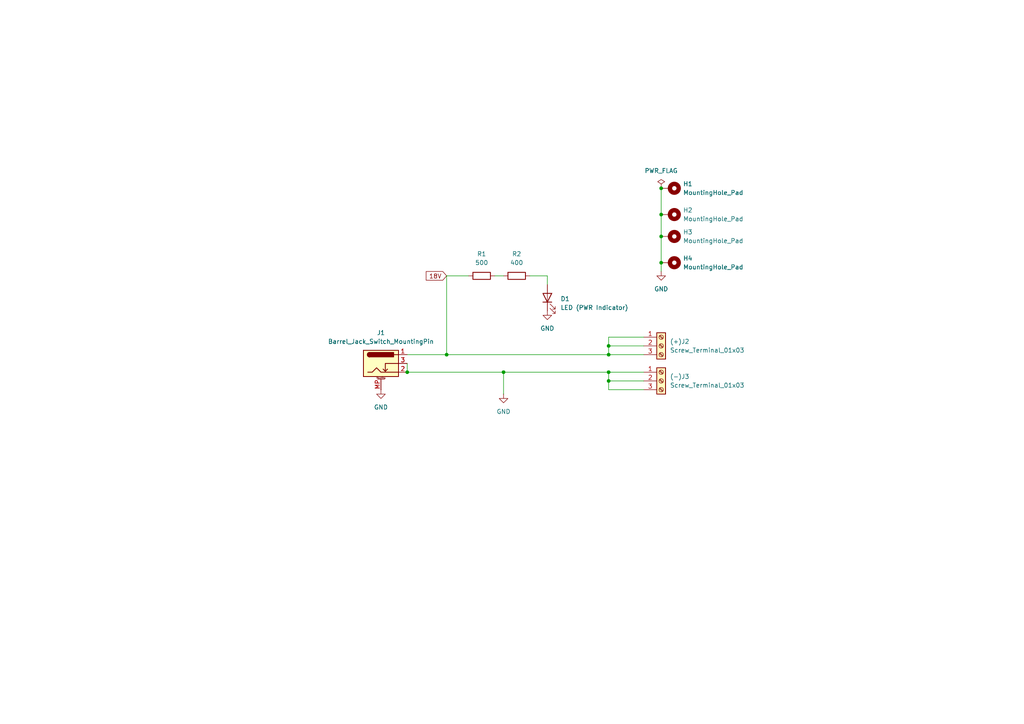
<source format=kicad_sch>
(kicad_sch (version 20231120) (generator "eeschema") (generator_version "8.0")
  (paper "A4")
  (lib_symbols
    (symbol "Connector:Barrel_Jack_Switch_MountingPin" (pin_names hide)
      (property "Reference" "J" (at 0 5.334 0))
      (property "Value" "Barrel_Jack_Switch_MountingPin" (at 1.27 -6.35 0))
      (symbol "Barrel_Jack_Switch_MountingPin_0_1"
        (rectangle (start -5.08 3.81) (end 5.08 -3.81) (stroke (width 0.254)) (fill (type background)))
        (arc (start -3.302 3.175) (mid -3.9343 2.54) (end -3.302 1.905) (stroke (width 0.254)))
        (arc (start -3.302 3.175) (mid -3.9343 2.54) (end -3.302 1.905) (stroke (width 0.254)) (fill (type outline)))
        (polyline (pts (xy 1.27 -2.286) (xy 1.905 -1.651)) (stroke (width 0.254)))
        (polyline (pts (xy 5.08 2.54) (xy 3.81 2.54)) (stroke (width 0.254)))
        (polyline (pts (xy 5.08 0) (xy 1.27 0) (xy 1.27 -2.286) (xy 0.635 -1.651)) (stroke (width 0.254)))
        (polyline (pts (xy -3.81 -2.54) (xy -2.54 -2.54) (xy -1.27 -1.27) (xy 0 -2.54) (xy 2.54 -2.54) (xy 5.08 -2.54)) (stroke (width 0.254)))
        (rectangle (start 3.683 3.175) (end -3.302 1.905) (stroke (width 0.254)) (fill (type outline)))
      )
      (symbol "Barrel_Jack_Switch_MountingPin_1_1"
        (polyline (pts (xy -1.016 -4.572) (xy 1.016 -4.572)) (stroke (width 0.1524)))
        (text "Mounting" (at 0 -4.191 0) (effects (font (size 0.381 0.381))))
        (pin passive line (at 7.62 2.54 180) (length 2.54) (name "~") (number "1"))
        (pin passive line (at 7.62 -2.54 180) (length 2.54) (name "~") (number "2"))
        (pin passive line (at 7.62 0 180) (length 2.54) (name "~") (number "3"))
        (pin passive line (at 0 -7.62 90) (length 3.048) (name "MountPin") (number "MP"))
      )
    )
    (symbol "Connector:Screw_Terminal_01x03" (pin_names (offset 1.016) hide)
      (property "Reference" "J" (at 0 5.08 0))
      (property "Value" "Screw_Terminal_01x03" (at 0 -5.08 0))
      (symbol "Screw_Terminal_01x03_1_1"
        (rectangle (start -1.27 3.81) (end 1.27 -3.81) (stroke (width 0.254)) (fill (type background)))
        (circle (center 0 -2.54) (radius 0.635) (stroke (width 0.1524)))
        (polyline (pts (xy -0.5334 -2.2098) (xy 0.3302 -3.048)) (stroke (width 0.1524)))
        (polyline (pts (xy -0.5334 0.3302) (xy 0.3302 -0.508)) (stroke (width 0.1524)))
        (polyline (pts (xy -0.5334 2.8702) (xy 0.3302 2.032)) (stroke (width 0.1524)))
        (polyline (pts (xy -0.3556 -2.032) (xy 0.508 -2.8702)) (stroke (width 0.1524)))
        (polyline (pts (xy -0.3556 0.508) (xy 0.508 -0.3302)) (stroke (width 0.1524)))
        (polyline (pts (xy -0.3556 3.048) (xy 0.508 2.2098)) (stroke (width 0.1524)))
        (circle (center 0 0) (radius 0.635) (stroke (width 0.1524)))
        (circle (center 0 2.54) (radius 0.635) (stroke (width 0.1524)))
        (pin passive line (at -5.08 2.54 0) (length 3.81) (name "Pin_1") (number "1"))
        (pin passive line (at -5.08 0 0) (length 3.81) (name "Pin_2") (number "2"))
        (pin passive line (at -5.08 -2.54 0) (length 3.81) (name "Pin_3") (number "3"))
      )
    )
    (symbol "Device:LED" (pin_numbers hide) (pin_names (offset 1.016) hide)
      (property "Reference" "D" (at 0 2.54 0))
      (property "Value" "LED" (at 0 -2.54 0))
      (symbol "LED_0_1"
        (polyline (pts (xy -1.27 -1.27) (xy -1.27 1.27)) (stroke (width 0.254)))
        (polyline (pts (xy -1.27 0) (xy 1.27 0)))
        (polyline (pts (xy 1.27 -1.27) (xy 1.27 1.27) (xy -1.27 0) (xy 1.27 -1.27)) (stroke (width 0.254)))
        (polyline (pts (xy -3.048 -0.762) (xy -4.572 -2.286) (xy -3.81 -2.286) (xy -4.572 -2.286) (xy -4.572 -1.524)))
        (polyline (pts (xy -1.778 -0.762) (xy -3.302 -2.286) (xy -2.54 -2.286) (xy -3.302 -2.286) (xy -3.302 -1.524)))
      )
      (symbol "LED_1_1"
        (pin passive line (at -3.81 0 0) (length 2.54) (name "K") (number "1"))
        (pin passive line (at 3.81 0 180) (length 2.54) (name "A") (number "2"))
      )
    )
    (symbol "Device:R" (pin_numbers hide) (pin_names (offset 0))
      (property "Reference" "R" (at 2.032 0 90))
      (property "Value" "R" (at 0 0 90))
      (symbol "R_0_1"
        (rectangle (start -1.016 -2.54) (end 1.016 2.54) (stroke (width 0.254)))
      )
      (symbol "R_1_1"
        (pin passive line (at 0 3.81 270) (length 1.27) (name "~") (number "1"))
        (pin passive line (at 0 -3.81 90) (length 1.27) (name "~") (number "2"))
      )
    )
    (symbol "Mechanical:MountingHole_Pad" (pin_numbers hide) (pin_names (offset 1.016) hide) (exclude_from_sim yes) (in_bom no)
      (property "Reference" "H" (at 0 6.35 0))
      (property "Value" "MountingHole_Pad" (at 0 4.445 0))
      (symbol "MountingHole_Pad_0_1"
        (circle (center 0 1.27) (radius 1.27) (stroke (width 1.27)))
      )
      (symbol "MountingHole_Pad_1_1"
        (pin input line (at 0 -2.54 90) (length 2.54) (name "1") (number "1"))
      )
    )
    (symbol "power:GND" (power) (pin_numbers hide) (pin_names (offset 0) hide)
      (property "Value" "GND" (at 0 -3.81 0))
      (symbol "GND_0_1"
        (polyline (pts (xy 0 0) (xy 0 -1.27) (xy 1.27 -1.27) (xy 0 -2.54) (xy -1.27 -1.27) (xy 0 -1.27)))
      )
      (symbol "GND_1_1"
        (pin power_in line (at 0 0 270) (length 0) (name "~") (number "1"))
      )
    )
    (symbol "power:PWR_FLAG" (power) (pin_numbers hide) (pin_names (offset 0) hide)
      (property "Value" "PWR_FLAG" (at 0 3.81 0))
      (symbol "PWR_FLAG_0_0"
        (pin power_out line (at 0 0 90) (length 0) (name "~") (number "1"))
      )
      (symbol "PWR_FLAG_0_1"
        (polyline (pts (xy 0 0) (xy 0 1.27) (xy -1.016 1.905) (xy 0 2.54) (xy 1.016 1.905) (xy 0 1.27)))
      )
    )
  )
  (junction (at 176.53 100.33))
  (junction (at 191.77 62.23))
  (junction (at 191.77 76.2))
  (junction (at 176.53 107.95))
  (junction (at 176.53 102.87))
  (junction (at 191.77 54.61))
  (junction (at 118.11 107.95))
  (junction (at 146.05 107.95))
  (junction (at 129.54 102.87))
  (junction (at 176.53 110.49))
  (junction (at 191.77 68.58))
  (wire (pts (xy 153.67 80.01) (xy 158.75 80.01)))
  (wire (pts (xy 176.53 100.33) (xy 186.69 100.33)))
  (wire (pts (xy 129.54 102.87) (xy 176.53 102.87)))
  (wire (pts (xy 129.54 80.01) (xy 129.54 102.87)))
  (wire (pts (xy 191.77 62.23) (xy 191.77 68.58)))
  (wire (pts (xy 176.53 97.79) (xy 176.53 100.33)))
  (wire (pts (xy 176.53 113.03) (xy 186.69 113.03)))
  (wire (pts (xy 146.05 107.95) (xy 176.53 107.95)))
  (wire (pts (xy 176.53 107.95) (xy 186.69 107.95)))
  (wire (pts (xy 118.11 107.95) (xy 146.05 107.95)))
  (wire (pts (xy 158.75 80.01) (xy 158.75 82.55)))
  (wire (pts (xy 176.53 110.49) (xy 186.69 110.49)))
  (wire (pts (xy 191.77 54.61) (xy 191.77 62.23)))
  (wire (pts (xy 135.89 80.01) (xy 129.54 80.01)))
  (wire (pts (xy 118.11 102.87) (xy 129.54 102.87)))
  (wire (pts (xy 176.53 110.49) (xy 176.53 113.03)))
  (wire (pts (xy 118.11 105.41) (xy 118.11 107.95)))
  (wire (pts (xy 191.77 68.58) (xy 191.77 76.2)))
  (wire (pts (xy 176.53 107.95) (xy 176.53 110.49)))
  (wire (pts (xy 143.51 80.01) (xy 146.05 80.01)))
  (wire (pts (xy 191.77 76.2) (xy 191.77 78.74)))
  (wire (pts (xy 176.53 100.33) (xy 176.53 102.87)))
  (wire (pts (xy 176.53 97.79) (xy 186.69 97.79)))
  (wire (pts (xy 146.05 107.95) (xy 146.05 114.3)))
  (wire (pts (xy 176.53 102.87) (xy 186.69 102.87)))
  (global_label "18V" (shape input) (at 129.54 80.01 180) (property "Intersheetrefs" "${INTERSHEET_REFS}" (effects (hide yes))))
  (symbol (lib_id "Mechanical:MountingHole_Pad") (at 194.31 54.61 270) (unit 1) (exclude_from_sim yes) (in_bom no)
    (property "Reference" "H1" (at 198.12 53.3399 90) (effects (justify left)))
    (property "Value" "MountingHole_Pad" (at 198.12 55.8799 90) (effects (justify left)))
    (property "Footprint" "MountingHole:MountingHole_3.5mm_Pad" (effects (hide yes)))
    (property "Description" "Mounting Hole with connection" (effects (hide yes)))
  )
  (symbol (lib_id "Mechanical:MountingHole_Pad") (at 194.31 68.58 270) (unit 1) (exclude_from_sim yes) (in_bom no)
    (property "Reference" "H3" (at 198.12 67.3099 90) (effects (justify left)))
    (property "Value" "MountingHole_Pad" (at 198.12 69.8499 90) (effects (justify left)))
    (property "Footprint" "MountingHole:MountingHole_3.5mm_Pad" (effects (hide yes)))
    (property "Description" "Mounting Hole with connection" (effects (hide yes)))
  )
  (symbol (lib_id "power:GND") (at 110.49 113.03 0) (unit 1)
    (property "Reference" "#PWR03" (effects (hide yes)))
    (property "Value" "GND" (at 110.49 118.11 0))
    (property "Description" "Power symbol creates a global label with name \"GND\" , ground" (effects (hide yes)))
  )
  (symbol (lib_id "Mechanical:MountingHole_Pad") (at 194.31 62.23 270) (unit 1) (exclude_from_sim yes) (in_bom no)
    (property "Reference" "H2" (at 198.12 60.9599 90) (effects (justify left)))
    (property "Value" "MountingHole_Pad" (at 198.12 63.4999 90) (effects (justify left)))
    (property "Footprint" "MountingHole:MountingHole_3.5mm_Pad" (effects (hide yes)))
    (property "Description" "Mounting Hole with connection" (effects (hide yes)))
  )
  (symbol (lib_id "power:GND") (at 146.05 114.3 0) (unit 1)
    (property "Reference" "#PWR04" (effects (hide yes)))
    (property "Value" "GND" (at 146.05 119.38 0))
    (property "Description" "Power symbol creates a global label with name \"GND\" , ground" (effects (hide yes)))
  )
  (symbol (lib_id "Connector:Barrel_Jack_Switch_MountingPin") (at 110.49 105.41 0) (unit 1)
    (property "Reference" "J1" (at 110.49 96.52 0))
    (property "Value" "Barrel_Jack_Switch_MountingPin" (at 110.49 99.06 0))
    (property "Footprint" "Connector_BarrelJack:BarrelJack_Horizontal" (effects (hide yes)))
    (property "Description" "DC Barrel Jack with an internal switch and a mounting pin" (effects (hide yes)))
  )
  (symbol (lib_id "power:GND") (at 158.75 90.17 0) (unit 1)
    (property "Reference" "#PWR02" (effects (hide yes)))
    (property "Value" "GND" (at 158.75 95.25 0))
    (property "Description" "Power symbol creates a global label with name \"GND\" , ground" (effects (hide yes)))
  )
  (symbol (lib_id "Connector:Screw_Terminal_01x03") (at 191.77 100.33 0) (unit 1)
    (property "Reference" "(+)J2" (at 194.31 99.0599 0) (effects (justify left)))
    (property "Value" "Screw_Terminal_01x03" (at 194.31 101.5999 0) (effects (justify left)))
    (property "Footprint" "TerminalBlock_Phoenix:TerminalBlock_Phoenix_MKDS-1,5-3_1x03_P5.00mm_Horizontal" (effects (hide yes)))
    (property "Description" "Generic screw terminal, single row, 01x03, script generated (kicad-library-utils/schlib/autogen/connector/)" (effects (hide yes)))
  )
  (symbol (lib_id "power:GND") (at 191.77 78.74 0) (unit 1)
    (property "Reference" "#PWR01" (effects (hide yes)))
    (property "Value" "GND" (at 191.77 83.82 0))
    (property "Description" "Power symbol creates a global label with name \"GND\" , ground" (effects (hide yes)))
  )
  (symbol (lib_id "Device:R") (at 149.86 80.01 90) (unit 1)
    (property "Reference" "R2" (at 149.86 73.66 90))
    (property "Value" "400" (at 149.86 76.2 90))
    (property "Footprint" "Resistor_THT:R_Axial_DIN0207_L6.3mm_D2.5mm_P10.16mm_Horizontal" (effects (hide yes)))
    (property "Description" "Resistor" (effects (hide yes)))
  )
  (symbol (lib_id "Mechanical:MountingHole_Pad") (at 194.31 76.2 270) (unit 1) (exclude_from_sim yes) (in_bom no)
    (property "Reference" "H4" (at 198.12 74.9299 90) (effects (justify left)))
    (property "Value" "MountingHole_Pad" (at 198.12 77.4699 90) (effects (justify left)))
    (property "Footprint" "MountingHole:MountingHole_3.5mm_Pad" (effects (hide yes)))
    (property "Description" "Mounting Hole with connection" (effects (hide yes)))
  )
  (symbol (lib_id "Device:LED") (at 158.75 86.36 90) (unit 1)
    (property "Reference" "D1" (at 162.56 86.6774 90) (effects (justify right)))
    (property "Value" "LED (PWR Indicator)" (at 162.56 89.2174 90) (effects (justify right)))
    (property "Footprint" "LED_THT:LED_D1.8mm_W1.8mm_H2.4mm_Horizontal_O1.27mm_Z1.6mm" (effects (hide yes)))
    (property "Description" "Light emitting diode" (effects (hide yes)))
  )
  (symbol (lib_id "power:PWR_FLAG") (at 191.77 54.61 0) (unit 1)
    (property "Reference" "#FLG01" (effects (hide yes)))
    (property "Value" "PWR_FLAG" (at 191.77 49.53 0))
    (property "Description" "Special symbol for telling ERC where power comes from" (effects (hide yes)))
  )
  (symbol (lib_id "Connector:Screw_Terminal_01x03") (at 191.77 110.49 0) (unit 1)
    (property "Reference" "(-)J3" (at 194.31 109.2199 0) (effects (justify left)))
    (property "Value" "Screw_Terminal_01x03" (at 194.31 111.7599 0) (effects (justify left)))
    (property "Footprint" "TerminalBlock_Phoenix:TerminalBlock_Phoenix_MKDS-1,5-3_1x03_P5.00mm_Horizontal" (effects (hide yes)))
    (property "Description" "Generic screw terminal, single row, 01x03, script generated (kicad-library-utils/schlib/autogen/connector/)" (effects (hide yes)))
  )
  (symbol (lib_id "Device:R") (at 139.7 80.01 90) (unit 1)
    (property "Reference" "R1" (at 139.7 73.66 90))
    (property "Value" "500" (at 139.7 76.2 90))
    (property "Footprint" "Resistor_THT:R_Axial_DIN0207_L6.3mm_D2.5mm_P10.16mm_Horizontal" (effects (hide yes)))
    (property "Description" "Resistor" (effects (hide yes)))
  )
)
</source>
